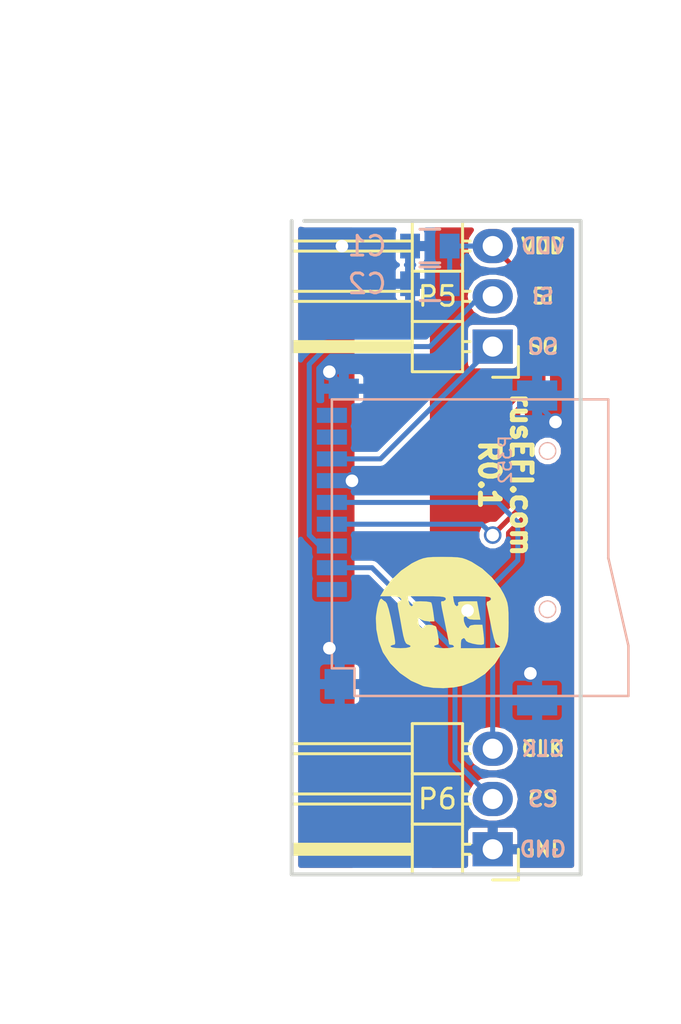
<source format=kicad_pcb>
(kicad_pcb (version 4) (host pcbnew 4.0.1-stable)

  (general
    (links 14)
    (no_connects 0)
    (area 153.934524 105.875 187.960001 158.718001)
    (thickness 1.6)
    (drawings 25)
    (tracks 48)
    (zones 0)
    (modules 6)
    (nets 7)
  )

  (page A portrait)
  (title_block
    (date 2016-12-31)
    (rev R0.1)
    (company "rusEFI by DAECU")
  )

  (layers
    (0 F.Cu signal)
    (31 B.Cu signal)
    (32 B.Adhes user)
    (33 F.Adhes user)
    (34 B.Paste user)
    (35 F.Paste user)
    (36 B.SilkS user)
    (37 F.SilkS user)
    (38 B.Mask user)
    (39 F.Mask user)
    (40 Dwgs.User user)
    (41 Cmts.User user)
    (42 Eco1.User user)
    (43 Eco2.User user)
    (44 Edge.Cuts user)
  )

  (setup
    (last_trace_width 0.254)
    (trace_clearance 0.2032)
    (zone_clearance 0.2286)
    (zone_45_only no)
    (trace_min 0.254)
    (segment_width 0.2)
    (edge_width 0.2)
    (via_size 0.889)
    (via_drill 0.635)
    (via_min_size 0.889)
    (via_min_drill 0.508)
    (uvia_size 0.508)
    (uvia_drill 0.127)
    (uvias_allowed no)
    (uvia_min_size 0.508)
    (uvia_min_drill 0.127)
    (pcb_text_width 0.3)
    (pcb_text_size 1 1)
    (mod_edge_width 0.15)
    (mod_text_size 1 1)
    (mod_text_width 0.15)
    (pad_size 1.3 1.9)
    (pad_drill 0)
    (pad_to_mask_clearance 0.0762)
    (aux_axis_origin 0 0)
    (visible_elements 7FFFF77F)
    (pcbplotparams
      (layerselection 0x010fc_80000001)
      (usegerberextensions true)
      (excludeedgelayer true)
      (linewidth 0.150000)
      (plotframeref false)
      (viasonmask false)
      (mode 1)
      (useauxorigin false)
      (hpglpennumber 1)
      (hpglpenspeed 20)
      (hpglpendiameter 15)
      (hpglpenoverlay 2)
      (psnegative false)
      (psa4output false)
      (plotreference true)
      (plotvalue true)
      (plotinvisibletext false)
      (padsonsilk false)
      (subtractmaskfromsilk false)
      (outputformat 1)
      (mirror false)
      (drillshape 0)
      (scaleselection 1)
      (outputdirectory gerber/))
  )

  (net 0 "")
  (net 1 GND)
  (net 2 /SPI_MISO)
  (net 3 /SPI_MOSI)
  (net 4 /3.3V)
  (net 5 /CS_SD_MODULE)
  (net 6 /SPI_SCK)

  (net_class Default "Это класс цепей по умолчанию."
    (clearance 0.2032)
    (trace_width 0.254)
    (via_dia 0.889)
    (via_drill 0.635)
    (uvia_dia 0.508)
    (uvia_drill 0.127)
    (add_net /3.3V)
    (add_net /CS_SD_MODULE)
    (add_net /SPI_MISO)
    (add_net /SPI_MOSI)
    (add_net /SPI_SCK)
    (add_net GND)
  )

  (module MICRO-SDCARD-CONNECTOR-3300060P1 (layer B.Cu) (tedit 58624CA5) (tstamp 586245D2)
    (at 177.8 133.35)
    (descr MICRO-SDCARD-CONNECTOR-3300060P1)
    (tags "MICRO SD MEMORY CARD MMC")
    (path /58624F8A)
    (attr smd)
    (fp_text reference P352 (at 1.27 -4.445 270) (layer B.SilkS)
      (effects (font (size 0.635 0.635) (thickness 0.1016)) (justify mirror))
    )
    (fp_text value MICRO-SDCARD-CONNECTOR-3300060P1 (at 0 0 270) (layer B.SilkS) hide
      (effects (font (size 0.50038 0.50038) (thickness 0.1016)) (justify mirror))
    )
    (fp_line (start 7.493 4.953) (end 6.477 0.508) (layer B.SilkS) (width 0.127))
    (fp_line (start 6.477 -7.493) (end 6.477 0.5591) (layer B.SilkS) (width 0.127))
    (fp_line (start -7.493 -7.493) (end 6.477 -7.493) (layer B.SilkS) (width 0.127))
    (fp_line (start 7.493 7.493) (end 7.493 4.9619) (layer B.SilkS) (width 0.127))
    (fp_line (start -7.493 6.096) (end -6.35 6.096) (layer B.SilkS) (width 0.127))
    (fp_line (start -6.35 6.096) (end -6.35 7.493) (layer B.SilkS) (width 0.127))
    (fp_line (start -7.493 -7.493) (end -7.493 6.096) (layer B.SilkS) (width 0.127))
    (fp_line (start -6.35 7.493) (end 7.493 7.493) (layer B.SilkS) (width 0.127))
    (pad 1 smd rect (at -7.493 2.114) (size 1.524 0.762) (layers B.Cu B.Paste B.Mask))
    (pad 2 smd rect (at -7.493 1.014) (size 1.524 0.762) (layers B.Cu B.Paste B.Mask)
      (net 5 /CS_SD_MODULE))
    (pad 3 smd rect (at -7.493 -0.086) (size 1.524 0.762) (layers B.Cu B.Paste B.Mask)
      (net 3 /SPI_MOSI))
    (pad 4 smd rect (at -7.493 -1.186) (size 1.524 0.762) (layers B.Cu B.Paste B.Mask)
      (net 4 /3.3V))
    (pad 5 smd rect (at -7.493 -2.286) (size 1.524 0.762) (layers B.Cu B.Paste B.Mask)
      (net 6 /SPI_SCK))
    (pad 6 smd rect (at -7.493 -3.386) (size 1.524 0.762) (layers B.Cu B.Paste B.Mask)
      (net 1 GND))
    (pad 7 smd rect (at -7.493 -4.486) (size 1.524 0.762) (layers B.Cu B.Paste B.Mask)
      (net 2 /SPI_MISO))
    (pad 8 smd rect (at -7.493 -5.586) (size 1.524 0.762) (layers B.Cu B.Paste B.Mask))
    (pad 9 smd rect (at -7.493 -6.686) (size 1.524 0.762) (layers B.Cu B.Paste B.Mask))
    (pad G1 smd rect (at -6.893 -8.032) (size 1.524 1.016) (layers B.Cu B.Paste B.Mask)
      (net 1 GND))
    (pad G2 smd rect (at 2.88 -7.686) (size 2.032 1.524) (layers B.Cu B.Paste B.Mask)
      (net 1 GND))
    (pad G3 smd rect (at 2.88 7.714) (size 2.032 1.524) (layers B.Cu B.Paste B.Mask)
      (net 1 GND))
    (pad G4 smd rect (at -7.101 6.895) (size 1.524 1.524) (layers B.Cu B.Paste B.Mask)
      (net 1 GND))
    (pad "" thru_hole circle (at 3.407 -4.886) (size 0.889 0.889) (drill 0.762) (layers *.Cu *.Mask B.SilkS))
    (pad "" thru_hole circle (at 3.407 3.114) (size 0.889 0.889) (drill 0.762) (layers *.Cu *.Mask B.SilkS))
    (model ../rusefi_lib/3d/9P-SMD-W-RING.wrl
      (at (xyz -0.323 -0.33 -0.025))
      (scale (xyz 10 10 10))
      (rotate (xyz 0 0 0))
    )
  )

  (module Pin_Headers:Pin_Header_Angled_1x03 (layer F.Cu) (tedit 58624C0D) (tstamp 586248A1)
    (at 178.435 148.59 180)
    (descr "Through hole pin header")
    (tags "pin header")
    (path /58619400)
    (fp_text reference P6 (at 2.794 2.54 180) (layer F.SilkS)
      (effects (font (size 1 1) (thickness 0.15)))
    )
    (fp_text value CONN_01X03 (at 0 -3.1 180) (layer F.Fab) hide
      (effects (font (size 1 1) (thickness 0.15)))
    )
    (fp_line (start -1.5 -1.75) (end -1.5 6.85) (layer F.CrtYd) (width 0.05))
    (fp_line (start 10.65 -1.75) (end 10.65 6.85) (layer F.CrtYd) (width 0.05))
    (fp_line (start -1.5 -1.75) (end 10.65 -1.75) (layer F.CrtYd) (width 0.05))
    (fp_line (start -1.5 6.85) (end 10.65 6.85) (layer F.CrtYd) (width 0.05))
    (fp_line (start -1.3 -1.55) (end -1.3 0) (layer F.SilkS) (width 0.15))
    (fp_line (start 0 -1.55) (end -1.3 -1.55) (layer F.SilkS) (width 0.15))
    (fp_line (start 4.191 -0.127) (end 10.033 -0.127) (layer F.SilkS) (width 0.15))
    (fp_line (start 10.033 -0.127) (end 10.033 0.127) (layer F.SilkS) (width 0.15))
    (fp_line (start 10.033 0.127) (end 4.191 0.127) (layer F.SilkS) (width 0.15))
    (fp_line (start 4.191 0.127) (end 4.191 0) (layer F.SilkS) (width 0.15))
    (fp_line (start 4.191 0) (end 10.033 0) (layer F.SilkS) (width 0.15))
    (fp_line (start 1.524 -0.254) (end 1.143 -0.254) (layer F.SilkS) (width 0.15))
    (fp_line (start 1.524 0.254) (end 1.143 0.254) (layer F.SilkS) (width 0.15))
    (fp_line (start 1.524 2.286) (end 1.143 2.286) (layer F.SilkS) (width 0.15))
    (fp_line (start 1.524 2.794) (end 1.143 2.794) (layer F.SilkS) (width 0.15))
    (fp_line (start 1.524 4.826) (end 1.143 4.826) (layer F.SilkS) (width 0.15))
    (fp_line (start 1.524 5.334) (end 1.143 5.334) (layer F.SilkS) (width 0.15))
    (fp_line (start 4.064 1.27) (end 4.064 -1.27) (layer F.SilkS) (width 0.15))
    (fp_line (start 10.16 0.254) (end 4.064 0.254) (layer F.SilkS) (width 0.15))
    (fp_line (start 10.16 -0.254) (end 10.16 0.254) (layer F.SilkS) (width 0.15))
    (fp_line (start 4.064 -0.254) (end 10.16 -0.254) (layer F.SilkS) (width 0.15))
    (fp_line (start 1.524 1.27) (end 4.064 1.27) (layer F.SilkS) (width 0.15))
    (fp_line (start 1.524 -1.27) (end 1.524 1.27) (layer F.SilkS) (width 0.15))
    (fp_line (start 1.524 -1.27) (end 4.064 -1.27) (layer F.SilkS) (width 0.15))
    (fp_line (start 1.524 3.81) (end 4.064 3.81) (layer F.SilkS) (width 0.15))
    (fp_line (start 1.524 3.81) (end 1.524 6.35) (layer F.SilkS) (width 0.15))
    (fp_line (start 4.064 4.826) (end 10.16 4.826) (layer F.SilkS) (width 0.15))
    (fp_line (start 10.16 4.826) (end 10.16 5.334) (layer F.SilkS) (width 0.15))
    (fp_line (start 10.16 5.334) (end 4.064 5.334) (layer F.SilkS) (width 0.15))
    (fp_line (start 4.064 6.35) (end 4.064 3.81) (layer F.SilkS) (width 0.15))
    (fp_line (start 4.064 3.81) (end 4.064 1.27) (layer F.SilkS) (width 0.15))
    (fp_line (start 10.16 2.794) (end 4.064 2.794) (layer F.SilkS) (width 0.15))
    (fp_line (start 10.16 2.286) (end 10.16 2.794) (layer F.SilkS) (width 0.15))
    (fp_line (start 4.064 2.286) (end 10.16 2.286) (layer F.SilkS) (width 0.15))
    (fp_line (start 1.524 3.81) (end 4.064 3.81) (layer F.SilkS) (width 0.15))
    (fp_line (start 1.524 1.27) (end 1.524 3.81) (layer F.SilkS) (width 0.15))
    (fp_line (start 1.524 1.27) (end 4.064 1.27) (layer F.SilkS) (width 0.15))
    (fp_line (start 1.524 6.35) (end 4.064 6.35) (layer F.SilkS) (width 0.15))
    (pad 1 thru_hole rect (at 0 0 180) (size 2.032 1.7272) (drill 1.016) (layers *.Cu *.Mask)
      (net 1 GND))
    (pad 2 thru_hole oval (at 0 2.54 180) (size 2.032 1.7272) (drill 1.016) (layers *.Cu *.Mask)
      (net 5 /CS_SD_MODULE))
    (pad 3 thru_hole oval (at 0 5.08 180) (size 2.032 1.7272) (drill 1.016) (layers *.Cu *.Mask)
      (net 6 /SPI_SCK))
    (model Pin_Headers.3dshapes/Pin_Header_Angled_1x03.wrl
      (at (xyz 0 -0.1 0))
      (scale (xyz 1 1 1))
      (rotate (xyz 0 0 90))
    )
  )

  (module Pin_Headers:Pin_Header_Angled_1x03 (layer F.Cu) (tedit 58624C07) (tstamp 58624874)
    (at 178.435 123.19 180)
    (descr "Through hole pin header")
    (tags "pin header")
    (path /58618F13)
    (fp_text reference P5 (at 2.794 2.54 180) (layer F.SilkS)
      (effects (font (size 1 1) (thickness 0.15)))
    )
    (fp_text value CONN_01X03 (at 0 -3.1 180) (layer F.Fab) hide
      (effects (font (size 1 1) (thickness 0.15)))
    )
    (fp_line (start -1.5 -1.75) (end -1.5 6.85) (layer F.CrtYd) (width 0.05))
    (fp_line (start 10.65 -1.75) (end 10.65 6.85) (layer F.CrtYd) (width 0.05))
    (fp_line (start -1.5 -1.75) (end 10.65 -1.75) (layer F.CrtYd) (width 0.05))
    (fp_line (start -1.5 6.85) (end 10.65 6.85) (layer F.CrtYd) (width 0.05))
    (fp_line (start -1.3 -1.55) (end -1.3 0) (layer F.SilkS) (width 0.15))
    (fp_line (start 0 -1.55) (end -1.3 -1.55) (layer F.SilkS) (width 0.15))
    (fp_line (start 4.191 -0.127) (end 10.033 -0.127) (layer F.SilkS) (width 0.15))
    (fp_line (start 10.033 -0.127) (end 10.033 0.127) (layer F.SilkS) (width 0.15))
    (fp_line (start 10.033 0.127) (end 4.191 0.127) (layer F.SilkS) (width 0.15))
    (fp_line (start 4.191 0.127) (end 4.191 0) (layer F.SilkS) (width 0.15))
    (fp_line (start 4.191 0) (end 10.033 0) (layer F.SilkS) (width 0.15))
    (fp_line (start 1.524 -0.254) (end 1.143 -0.254) (layer F.SilkS) (width 0.15))
    (fp_line (start 1.524 0.254) (end 1.143 0.254) (layer F.SilkS) (width 0.15))
    (fp_line (start 1.524 2.286) (end 1.143 2.286) (layer F.SilkS) (width 0.15))
    (fp_line (start 1.524 2.794) (end 1.143 2.794) (layer F.SilkS) (width 0.15))
    (fp_line (start 1.524 4.826) (end 1.143 4.826) (layer F.SilkS) (width 0.15))
    (fp_line (start 1.524 5.334) (end 1.143 5.334) (layer F.SilkS) (width 0.15))
    (fp_line (start 4.064 1.27) (end 4.064 -1.27) (layer F.SilkS) (width 0.15))
    (fp_line (start 10.16 0.254) (end 4.064 0.254) (layer F.SilkS) (width 0.15))
    (fp_line (start 10.16 -0.254) (end 10.16 0.254) (layer F.SilkS) (width 0.15))
    (fp_line (start 4.064 -0.254) (end 10.16 -0.254) (layer F.SilkS) (width 0.15))
    (fp_line (start 1.524 1.27) (end 4.064 1.27) (layer F.SilkS) (width 0.15))
    (fp_line (start 1.524 -1.27) (end 1.524 1.27) (layer F.SilkS) (width 0.15))
    (fp_line (start 1.524 -1.27) (end 4.064 -1.27) (layer F.SilkS) (width 0.15))
    (fp_line (start 1.524 3.81) (end 4.064 3.81) (layer F.SilkS) (width 0.15))
    (fp_line (start 1.524 3.81) (end 1.524 6.35) (layer F.SilkS) (width 0.15))
    (fp_line (start 4.064 4.826) (end 10.16 4.826) (layer F.SilkS) (width 0.15))
    (fp_line (start 10.16 4.826) (end 10.16 5.334) (layer F.SilkS) (width 0.15))
    (fp_line (start 10.16 5.334) (end 4.064 5.334) (layer F.SilkS) (width 0.15))
    (fp_line (start 4.064 6.35) (end 4.064 3.81) (layer F.SilkS) (width 0.15))
    (fp_line (start 4.064 3.81) (end 4.064 1.27) (layer F.SilkS) (width 0.15))
    (fp_line (start 10.16 2.794) (end 4.064 2.794) (layer F.SilkS) (width 0.15))
    (fp_line (start 10.16 2.286) (end 10.16 2.794) (layer F.SilkS) (width 0.15))
    (fp_line (start 4.064 2.286) (end 10.16 2.286) (layer F.SilkS) (width 0.15))
    (fp_line (start 1.524 3.81) (end 4.064 3.81) (layer F.SilkS) (width 0.15))
    (fp_line (start 1.524 1.27) (end 1.524 3.81) (layer F.SilkS) (width 0.15))
    (fp_line (start 1.524 1.27) (end 4.064 1.27) (layer F.SilkS) (width 0.15))
    (fp_line (start 1.524 6.35) (end 4.064 6.35) (layer F.SilkS) (width 0.15))
    (pad 1 thru_hole rect (at 0 0 180) (size 2.032 1.7272) (drill 1.016) (layers *.Cu *.Mask)
      (net 2 /SPI_MISO))
    (pad 2 thru_hole oval (at 0 2.54 180) (size 2.032 1.7272) (drill 1.016) (layers *.Cu *.Mask)
      (net 3 /SPI_MOSI))
    (pad 3 thru_hole oval (at 0 5.08 180) (size 2.032 1.7272) (drill 1.016) (layers *.Cu *.Mask)
      (net 4 /3.3V))
    (model Pin_Headers.3dshapes/Pin_Header_Angled_1x03.wrl
      (at (xyz 0 -0.1 0))
      (scale (xyz 1 1 1))
      (rotate (xyz 0 0 90))
    )
  )

  (module LOGO_F (layer F.Cu) (tedit 0) (tstamp 5867AF36)
    (at 175.895 137.16)
    (path /52FE356F)
    (fp_text reference G1 (at 0 4.14782) (layer F.SilkS) hide
      (effects (font (thickness 0.3048)))
    )
    (fp_text value LOGO (at 0 -4.14782) (layer F.SilkS) hide
      (effects (font (thickness 0.3048)))
    )
    (fp_poly (pts (xy 3.34518 -0.04318) (xy 3.3401 0.381) (xy 3.32486 0.68326) (xy 3.28676 0.90932)
      (xy 3.22326 1.1049) (xy 3.12166 1.3208) (xy 3.10896 1.3462) (xy 2.921 1.64084)
      (xy 2.921 1.18618) (xy 2.79654 1.1049) (xy 2.75844 1.09982) (xy 2.68732 1.016)
      (xy 2.60096 0.76708) (xy 2.5019 0.35052) (xy 2.46126 0.14732) (xy 2.38252 -0.24638)
      (xy 2.31394 -0.58928) (xy 2.2606 -0.84074) (xy 2.23266 -0.9525) (xy 2.2479 -1.07696)
      (xy 2.32156 -1.09982) (xy 2.4384 -1.16586) (xy 2.45618 -1.22682) (xy 2.42824 -1.28524)
      (xy 2.33172 -1.3208) (xy 2.13868 -1.34366) (xy 1.82372 -1.35382) (xy 1.49606 -1.35382)
      (xy 0.53594 -1.35382) (xy 0.57404 -1.09982) (xy 0.63246 -0.92202) (xy 0.7239 -0.84836)
      (xy 0.72644 -0.84582) (xy 0.80264 -0.90678) (xy 0.79248 -0.97536) (xy 0.79248 -1.04648)
      (xy 0.889 -1.08458) (xy 1.10744 -1.09982) (xy 1.24714 -1.09982) (xy 1.75006 -1.09982)
      (xy 1.83388 -0.635) (xy 1.9177 -0.17018) (xy 1.59258 -0.17018) (xy 1.38684 -0.1905)
      (xy 1.27508 -0.23876) (xy 1.27 -0.254) (xy 1.20142 -0.3302) (xy 1.15316 -0.33782)
      (xy 1.0795 -0.2921) (xy 1.08204 -0.127) (xy 1.0922 -0.07112) (xy 1.1557 0.1016)
      (xy 1.24206 0.22352) (xy 1.3208 0.25908) (xy 1.35382 0.1778) (xy 1.35382 0.17526)
      (xy 1.43002 0.11684) (xy 1.61544 0.08636) (xy 1.68656 0.08382) (xy 2.0193 0.08382)
      (xy 2.07772 0.55372) (xy 2.10312 0.81788) (xy 2.10312 1.01092) (xy 2.09042 1.06934)
      (xy 1.9685 1.09982) (xy 1.76022 1.08458) (xy 1.52146 1.03886) (xy 1.31318 0.97536)
      (xy 1.1938 0.90424) (xy 1.18618 0.88138) (xy 1.1176 0.7747) (xy 1.05918 0.762)
      (xy 0.95758 0.8382) (xy 0.93218 1.016) (xy 0.93218 1.27) (xy 1.95072 1.27)
      (xy 2.42062 1.26238) (xy 2.74066 1.2446) (xy 2.90322 1.21158) (xy 2.921 1.18618)
      (xy 2.921 1.64084) (xy 2.67716 2.02692) (xy 2.15646 2.5654) (xy 1.5494 2.9591)
      (xy 1.02108 3.16484) (xy 0.59182 3.24866) (xy 0.59182 1.18618) (xy 0.52324 1.10998)
      (xy 0.46482 1.09982) (xy 0.35306 1.08458) (xy 0.33782 1.06934) (xy 0.32258 0.98044)
      (xy 0.2794 0.75692) (xy 0.21336 0.4318) (xy 0.13462 0.04064) (xy 0.127 0)
      (xy 0.03556 -0.44958) (xy -0.02794 -0.75692) (xy -0.06096 -0.94996) (xy -0.06858 -1.0541)
      (xy -0.05334 -1.09728) (xy -0.01524 -1.1049) (xy 0.04318 -1.09982) (xy 0.15494 -1.1684)
      (xy 0.17018 -1.22682) (xy 0.14224 -1.28524) (xy 0.04572 -1.3208) (xy -0.14732 -1.34366)
      (xy -0.46228 -1.35382) (xy -0.78994 -1.35382) (xy -1.75006 -1.35382) (xy -1.71196 -1.09982)
      (xy -1.65354 -0.92202) (xy -1.5621 -0.84836) (xy -1.55956 -0.84582) (xy -1.48336 -0.90678)
      (xy -1.49352 -0.97282) (xy -1.49098 -1.04902) (xy -1.39446 -1.08712) (xy -1.1684 -1.09982)
      (xy -1.07188 -1.09982) (xy -0.80772 -1.08966) (xy -0.61976 -1.05918) (xy -0.56134 -1.03378)
      (xy -0.52578 -0.9144) (xy -0.48514 -0.69088) (xy -0.45974 -0.52578) (xy -0.40132 -0.08382)
      (xy -0.69342 -0.08382) (xy -0.91948 -0.11176) (xy -1.07696 -0.18034) (xy -1.08204 -0.18542)
      (xy -1.1938 -0.254) (xy -1.2319 -0.17018) (xy -1.21158 0.02032) (xy -1.143 0.17018)
      (xy -1.04394 0.254) (xy -0.95758 0.24892) (xy -0.93218 0.17018) (xy -0.86106 0.10668)
      (xy -0.69596 0.08382) (xy -0.50546 0.1016) (xy -0.35306 0.15494) (xy -0.31242 0.20066)
      (xy -0.27432 0.35052) (xy -0.2286 0.59436) (xy -0.20828 0.70866) (xy -0.18288 0.94996)
      (xy -0.20066 1.0668) (xy -0.27686 1.09982) (xy -0.28702 1.09982) (xy -0.4064 1.143)
      (xy -0.42418 1.18618) (xy -0.34544 1.22936) (xy -0.14478 1.25984) (xy 0.08382 1.27)
      (xy 0.3556 1.2573) (xy 0.53848 1.22428) (xy 0.59182 1.18618) (xy 0.59182 3.24866)
      (xy 0.5715 3.25374) (xy 0.0508 3.2893) (xy -0.4699 3.27152) (xy -0.91694 3.2004)
      (xy -0.99314 3.17754) (xy -1.59004 2.91338) (xy -2.15392 2.52222) (xy -2.63652 2.03708)
      (xy -2.99974 1.49606) (xy -3.03022 1.43256) (xy -3.22326 0.90932) (xy -3.3401 0.32258)
      (xy -3.3655 -0.2413) (xy -3.3528 -0.39624) (xy -3.29946 -0.7366) (xy -3.23088 -1.01092)
      (xy -3.15722 -1.18872) (xy -3.0861 -1.23698) (xy -3.06578 -1.21666) (xy -2.93624 -1.10998)
      (xy -2.88544 -1.08712) (xy -2.80924 -0.98298) (xy -2.7178 -0.71374) (xy -2.6162 -0.2921)
      (xy -2.57302 -0.08128) (xy -2.48158 0.38354) (xy -2.42316 0.70612) (xy -2.39268 0.9144)
      (xy -2.39014 1.03124) (xy -2.41554 1.08458) (xy -2.4638 1.09982) (xy -2.49682 1.09982)
      (xy -2.61112 1.14554) (xy -2.62382 1.18618) (xy -2.54762 1.22936) (xy -2.34696 1.25984)
      (xy -2.11582 1.27) (xy -1.8288 1.25476) (xy -1.651 1.21412) (xy -1.60274 1.15824)
      (xy -1.7018 1.09728) (xy -1.76276 1.0795) (xy -1.8415 1.02362) (xy -1.91008 0.88646)
      (xy -1.97866 0.63754) (xy -2.05486 0.25146) (xy -2.06248 0.2032) (xy -2.13106 -0.18288)
      (xy -2.19456 -0.52578) (xy -2.24282 -0.78232) (xy -2.25806 -0.86868) (xy -2.27076 -1.0414)
      (xy -2.19202 -1.09982) (xy -2.1717 -1.10236) (xy -2.07772 -1.15316) (xy -2.08534 -1.22936)
      (xy -2.1717 -1.30556) (xy -2.36728 -1.3462) (xy -2.6416 -1.35636) (xy -3.14706 -1.35382)
      (xy -2.95656 -1.67132) (xy -2.5781 -2.18186) (xy -2.09296 -2.64668) (xy -1.55702 -3.01244)
      (xy -1.44018 -3.0734) (xy -1.18618 -3.19532) (xy -0.97536 -3.27152) (xy -0.75692 -3.31724)
      (xy -0.48514 -3.33756) (xy -0.10668 -3.34264) (xy 0.04064 -3.34264) (xy 0.46482 -3.33756)
      (xy 0.76962 -3.32232) (xy 1.00076 -3.28422) (xy 1.2065 -3.21564) (xy 1.43764 -3.1115)
      (xy 1.47574 -3.09372) (xy 2.00914 -2.7559) (xy 2.50444 -2.30378) (xy 2.91592 -1.78816)
      (xy 3.10134 -1.46812) (xy 3.21056 -1.2319) (xy 3.28168 -1.02616) (xy 3.31978 -0.8001)
      (xy 3.3401 -0.50546) (xy 3.34264 -0.09398) (xy 3.34518 -0.04318) (xy 3.34518 -0.04318)) (layer F.SilkS) (width 0.00254))
  )

  (module C_0805 (layer B.Cu) (tedit 5867B011) (tstamp 5867AFA6)
    (at 175.26 118.11)
    (descr "Capacitor SMD 0805, reflow soldering, AVX (see smccp.pdf)")
    (tags "capacitor 0805")
    (path /5869212A)
    (attr smd)
    (fp_text reference C1 (at -3.175 0) (layer B.SilkS)
      (effects (font (size 1 1) (thickness 0.15)) (justify mirror))
    )
    (fp_text value 1000pF (at 0 -2.1) (layer B.Fab) hide
      (effects (font (size 1 1) (thickness 0.15)) (justify mirror))
    )
    (fp_line (start -1 -0.625) (end -1 0.625) (layer B.Fab) (width 0.15))
    (fp_line (start 1 -0.625) (end -1 -0.625) (layer B.Fab) (width 0.15))
    (fp_line (start 1 0.625) (end 1 -0.625) (layer B.Fab) (width 0.15))
    (fp_line (start -1 0.625) (end 1 0.625) (layer B.Fab) (width 0.15))
    (fp_line (start -1.8 1) (end 1.8 1) (layer B.CrtYd) (width 0.05))
    (fp_line (start -1.8 -1) (end 1.8 -1) (layer B.CrtYd) (width 0.05))
    (fp_line (start -1.8 1) (end -1.8 -1) (layer B.CrtYd) (width 0.05))
    (fp_line (start 1.8 1) (end 1.8 -1) (layer B.CrtYd) (width 0.05))
    (fp_line (start 0.5 0.85) (end -0.5 0.85) (layer B.SilkS) (width 0.15))
    (fp_line (start -0.5 -0.85) (end 0.5 -0.85) (layer B.SilkS) (width 0.15))
    (pad 1 smd rect (at -1 0) (size 1 1.25) (layers B.Cu B.Paste B.Mask)
      (net 1 GND))
    (pad 2 smd rect (at 1 0) (size 1 1.25) (layers B.Cu B.Paste B.Mask)
      (net 4 /3.3V))
    (model Capacitors_SMD.3dshapes/C_0805.wrl
      (at (xyz 0 0 0))
      (scale (xyz 1 1 1))
      (rotate (xyz 0 0 0))
    )
  )

  (module C_0805 (layer B.Cu) (tedit 5867B00D) (tstamp 5867AFB6)
    (at 175.26 120.015)
    (descr "Capacitor SMD 0805, reflow soldering, AVX (see smccp.pdf)")
    (tags "capacitor 0805")
    (path /5869211A)
    (attr smd)
    (fp_text reference C2 (at -3.175 0) (layer B.SilkS)
      (effects (font (size 1 1) (thickness 0.15)) (justify mirror))
    )
    (fp_text value 0.1uF (at 0 -2.1) (layer B.Fab) hide
      (effects (font (size 1 1) (thickness 0.15)) (justify mirror))
    )
    (fp_line (start -1 -0.625) (end -1 0.625) (layer B.Fab) (width 0.15))
    (fp_line (start 1 -0.625) (end -1 -0.625) (layer B.Fab) (width 0.15))
    (fp_line (start 1 0.625) (end 1 -0.625) (layer B.Fab) (width 0.15))
    (fp_line (start -1 0.625) (end 1 0.625) (layer B.Fab) (width 0.15))
    (fp_line (start -1.8 1) (end 1.8 1) (layer B.CrtYd) (width 0.05))
    (fp_line (start -1.8 -1) (end 1.8 -1) (layer B.CrtYd) (width 0.05))
    (fp_line (start -1.8 1) (end -1.8 -1) (layer B.CrtYd) (width 0.05))
    (fp_line (start 1.8 1) (end 1.8 -1) (layer B.CrtYd) (width 0.05))
    (fp_line (start 0.5 0.85) (end -0.5 0.85) (layer B.SilkS) (width 0.15))
    (fp_line (start -0.5 -0.85) (end 0.5 -0.85) (layer B.SilkS) (width 0.15))
    (pad 1 smd rect (at -1 0) (size 1 1.25) (layers B.Cu B.Paste B.Mask)
      (net 1 GND))
    (pad 2 smd rect (at 1 0) (size 1 1.25) (layers B.Cu B.Paste B.Mask)
      (net 4 /3.3V))
    (model Capacitors_SMD.3dshapes/C_0805.wrl
      (at (xyz 0 0 0))
      (scale (xyz 1 1 1))
      (rotate (xyz 0 0 0))
    )
  )

  (gr_text "rusEFI.com\nR0.1" (at 179.07 129.667 270) (layer F.SilkS)
    (effects (font (size 1 1) (thickness 0.25)))
  )
  (dimension 11.049 (width 0.25) (layer Cmts.User)
    (gr_text "11.049 mm" (at 179.7685 157.718) (layer Cmts.User)
      (effects (font (size 1 1) (thickness 0.25)))
    )
    (feature1 (pts (xy 174.244 143.129) (xy 174.244 158.718)))
    (feature2 (pts (xy 185.293 143.129) (xy 185.293 158.718)))
    (crossbar (pts (xy 185.293 156.718) (xy 174.244 156.718)))
    (arrow1a (pts (xy 174.244 156.718) (xy 175.370504 156.131579)))
    (arrow1b (pts (xy 174.244 156.718) (xy 175.370504 157.304421)))
    (arrow2a (pts (xy 185.293 156.718) (xy 184.166496 156.131579)))
    (arrow2b (pts (xy 185.293 156.718) (xy 184.166496 157.304421)))
  )
  (dimension 33.02 (width 0.25) (layer Cmts.User)
    (gr_text "1.3000 in" (at 157.75 133.35 90) (layer Cmts.User)
      (effects (font (size 1 1) (thickness 0.25)))
    )
    (feature1 (pts (xy 168.275 116.84) (xy 156.75 116.84)))
    (feature2 (pts (xy 168.275 149.86) (xy 156.75 149.86)))
    (crossbar (pts (xy 158.75 149.86) (xy 158.75 116.84)))
    (arrow1a (pts (xy 158.75 116.84) (xy 159.336421 117.966504)))
    (arrow1b (pts (xy 158.75 116.84) (xy 158.163579 117.966504)))
    (arrow2a (pts (xy 158.75 149.86) (xy 159.336421 148.733496)))
    (arrow2b (pts (xy 158.75 149.86) (xy 158.163579 148.733496)))
  )
  (dimension 14.605 (width 0.25) (layer Cmts.User)
    (gr_text "0.5750 in" (at 175.5775 106.95) (layer Cmts.User)
      (effects (font (size 1 1) (thickness 0.25)))
    )
    (feature1 (pts (xy 182.88 116.205) (xy 182.88 105.95)))
    (feature2 (pts (xy 168.275 116.205) (xy 168.275 105.95)))
    (crossbar (pts (xy 168.275 107.95) (xy 182.88 107.95)))
    (arrow1a (pts (xy 182.88 107.95) (xy 181.753496 108.536421)))
    (arrow1b (pts (xy 182.88 107.95) (xy 181.753496 107.363579)))
    (arrow2a (pts (xy 168.275 107.95) (xy 169.401504 108.536421)))
    (arrow2b (pts (xy 168.275 107.95) (xy 169.401504 107.363579)))
  )
  (dimension 14.605 (width 0.25) (layer Cmts.User)
    (gr_text "14.605 mm" (at 175.5775 109.49) (layer Cmts.User)
      (effects (font (size 1 1) (thickness 0.25)))
    )
    (feature1 (pts (xy 182.88 116.205) (xy 182.88 108.49)))
    (feature2 (pts (xy 168.275 116.205) (xy 168.275 108.49)))
    (crossbar (pts (xy 168.275 110.49) (xy 182.88 110.49)))
    (arrow1a (pts (xy 182.88 110.49) (xy 181.753496 111.076421)))
    (arrow1b (pts (xy 182.88 110.49) (xy 181.753496 109.903579)))
    (arrow2a (pts (xy 168.275 110.49) (xy 169.401504 111.076421)))
    (arrow2b (pts (xy 168.275 110.49) (xy 169.401504 109.903579)))
  )
  (dimension 33.02 (width 0.25) (layer Cmts.User)
    (gr_text "33.020 mm" (at 160.29 133.35 90) (layer Cmts.User)
      (effects (font (size 1 1) (thickness 0.25)))
    )
    (feature1 (pts (xy 167.64 116.84) (xy 159.29 116.84)))
    (feature2 (pts (xy 167.64 149.86) (xy 159.29 149.86)))
    (crossbar (pts (xy 161.29 149.86) (xy 161.29 116.84)))
    (arrow1a (pts (xy 161.29 116.84) (xy 161.876421 117.966504)))
    (arrow1b (pts (xy 161.29 116.84) (xy 160.703579 117.966504)))
    (arrow2a (pts (xy 161.29 149.86) (xy 161.876421 148.733496)))
    (arrow2b (pts (xy 161.29 149.86) (xy 160.703579 148.733496)))
  )
  (gr_line (start 174.293 140.97) (end 174.293 143.129) (angle 90) (layer Cmts.User) (width 0.2) (tstamp 5867A102))
  (gr_line (start 185.293 140.97) (end 185.293 143.129) (angle 90) (layer Cmts.User) (width 0.2))
  (gr_line (start 168.275 116.84) (end 169.545 116.84) (angle 90) (layer Eco2.User) (width 0.2))
  (gr_line (start 168.275 149.86) (end 168.275 116.84) (angle 90) (layer Edge.Cuts) (width 0.2))
  (gr_line (start 182.88 149.86) (end 168.275 149.86) (angle 90) (layer Edge.Cuts) (width 0.2))
  (gr_line (start 182.88 116.84) (end 182.88 149.86) (angle 90) (layer Edge.Cuts) (width 0.2))
  (gr_line (start 168.91 116.84) (end 182.88 116.84) (angle 90) (layer Edge.Cuts) (width 0.2))
  (gr_text VDD (at 180.975 118.11) (layer B.SilkS) (tstamp 52FE40E0)
    (effects (font (size 0.762 0.762) (thickness 0.1524)) (justify mirror))
  )
  (gr_text SI (at 180.975 120.65) (layer B.SilkS) (tstamp 52FE40DF)
    (effects (font (size 0.762 0.762) (thickness 0.1524)) (justify mirror))
  )
  (gr_text SO (at 180.975 123.19) (layer B.SilkS) (tstamp 52FE40DE)
    (effects (font (size 0.762 0.762) (thickness 0.1524)) (justify mirror))
  )
  (gr_text CLK (at 180.975 143.51) (layer B.SilkS) (tstamp 52FE40D7)
    (effects (font (size 0.762 0.762) (thickness 0.1524)) (justify mirror))
  )
  (gr_text CS (at 180.975 146.05) (layer B.SilkS) (tstamp 52FE40D6)
    (effects (font (size 0.762 0.762) (thickness 0.1524)) (justify mirror))
  )
  (gr_text GND (at 180.975 148.59) (layer B.SilkS) (tstamp 52FE40D5)
    (effects (font (size 0.762 0.762) (thickness 0.1524)) (justify mirror))
  )
  (gr_text GND (at 180.975 148.59) (layer F.SilkS)
    (effects (font (size 0.762 0.762) (thickness 0.1524)))
  )
  (gr_text CS (at 180.975 146.05) (layer F.SilkS)
    (effects (font (size 0.762 0.762) (thickness 0.1524)))
  )
  (gr_text CLK (at 180.975 143.51) (layer F.SilkS)
    (effects (font (size 0.762 0.762) (thickness 0.1524)))
  )
  (gr_text SO (at 180.975 123.19) (layer F.SilkS)
    (effects (font (size 0.762 0.762) (thickness 0.1524)))
  )
  (gr_text SI (at 180.975 120.65) (layer F.SilkS)
    (effects (font (size 0.762 0.762) (thickness 0.1524)))
  )
  (gr_text VDD (at 180.975 118.11) (layer F.SilkS)
    (effects (font (size 0.762 0.762) (thickness 0.1524)))
  )

  (segment (start 177.165 136.525) (end 180.34 139.7) (width 0.254) (layer F.Cu) (net 1))
  (segment (start 180.68 140.04) (end 180.34 139.7) (width 0.254) (layer B.Cu) (net 1) (tstamp 5867A970))
  (via (at 180.34 139.7) (size 0.889) (drill 0.635) (layers F.Cu B.Cu) (net 1))
  (segment (start 180.68 140.04) (end 180.68 141.064) (width 0.254) (layer B.Cu) (net 1))
  (via (at 177.165 136.525) (size 0.889) (drill 0.635) (layers F.Cu B.Cu) (net 1))
  (segment (start 174.26 118.11) (end 170.815 118.11) (width 0.254) (layer B.Cu) (net 1))
  (via (at 170.815 118.11) (size 0.889) (drill 0.635) (layers F.Cu B.Cu) (net 1))
  (segment (start 174.26 118.11) (end 174.26 120.015) (width 0.254) (layer B.Cu) (net 1))
  (segment (start 170.307 129.964) (end 171.3152 129.964) (width 0.254) (layer B.Cu) (net 1))
  (via (at 171.323 129.9718) (size 0.889) (drill 0.635) (layers F.Cu B.Cu) (net 1))
  (segment (start 171.3152 129.964) (end 171.323 129.9718) (width 0.254) (layer B.Cu) (net 1) (tstamp 5867A990))
  (segment (start 180.68 125.664) (end 180.68 126.07) (width 0.254) (layer B.Cu) (net 1))
  (segment (start 180.68 126.07) (end 181.61 127) (width 0.254) (layer B.Cu) (net 1) (tstamp 5867A978))
  (via (at 181.61 127) (size 0.889) (drill 0.635) (layers F.Cu B.Cu) (net 1))
  (segment (start 170.699 140.245) (end 170.699 138.949) (width 0.254) (layer B.Cu) (net 1))
  (via (at 170.18 138.43) (size 0.889) (drill 0.635) (layers F.Cu B.Cu) (net 1))
  (segment (start 170.699 138.949) (end 170.18 138.43) (width 0.254) (layer B.Cu) (net 1) (tstamp 5867A95D))
  (segment (start 170.907 125.318) (end 170.907 125.187) (width 0.254) (layer B.Cu) (net 1))
  (segment (start 170.907 125.187) (end 170.18 124.46) (width 0.254) (layer B.Cu) (net 1) (tstamp 5867A953))
  (via (at 170.18 124.46) (size 0.889) (drill 0.635) (layers F.Cu B.Cu) (net 1))
  (segment (start 170.307 128.864) (end 172.761 128.864) (width 0.254) (layer B.Cu) (net 2))
  (segment (start 172.761 128.864) (end 178.435 123.19) (width 0.254) (layer B.Cu) (net 2) (tstamp 5867A200))
  (segment (start 178.435 120.65) (end 177.8 120.65) (width 0.254) (layer B.Cu) (net 3))
  (segment (start 177.8 120.65) (end 175.26 123.19) (width 0.254) (layer B.Cu) (net 3) (tstamp 5867B028))
  (segment (start 175.26 123.19) (end 170.053 123.19) (width 0.254) (layer B.Cu) (net 3) (tstamp 5867B029))
  (segment (start 170.307 133.264) (end 169.713 133.264) (width 0.254) (layer B.Cu) (net 3))
  (segment (start 169.713 133.264) (end 169.164 132.715) (width 0.254) (layer B.Cu) (net 3) (tstamp 5867A409))
  (segment (start 169.164 132.715) (end 169.164 124.079) (width 0.254) (layer B.Cu) (net 3) (tstamp 5867A410))
  (segment (start 169.164 124.079) (end 170.053 123.19) (width 0.254) (layer B.Cu) (net 3) (tstamp 5867A41D))
  (segment (start 176.26 120.015) (end 176.26 118.11) (width 0.254) (layer B.Cu) (net 4))
  (segment (start 176.26 118.11) (end 178.435 118.11) (width 0.254) (layer B.Cu) (net 4) (tstamp 5867B082))
  (segment (start 170.307 132.164) (end 177.884 132.164) (width 0.254) (layer B.Cu) (net 4))
  (segment (start 180.975 120.65) (end 178.435 118.11) (width 0.254) (layer F.Cu) (net 4) (tstamp 5867A886))
  (segment (start 180.975 125.095) (end 180.975 120.65) (width 0.254) (layer F.Cu) (net 4) (tstamp 5867A884))
  (segment (start 179.705 126.365) (end 180.975 125.095) (width 0.254) (layer F.Cu) (net 4) (tstamp 5867A882))
  (segment (start 179.705 131.445) (end 179.705 126.365) (width 0.254) (layer F.Cu) (net 4) (tstamp 5867A878))
  (segment (start 178.435 132.715) (end 179.705 131.445) (width 0.254) (layer F.Cu) (net 4) (tstamp 5867A877))
  (via (at 178.435 132.715) (size 0.889) (drill 0.635) (layers F.Cu B.Cu) (net 4))
  (segment (start 177.884 132.164) (end 178.435 132.715) (width 0.254) (layer B.Cu) (net 4) (tstamp 5867A86A))
  (segment (start 170.307 134.364) (end 172.337 134.364) (width 0.254) (layer B.Cu) (net 5))
  (segment (start 176.53 144.145) (end 178.435 146.05) (width 0.254) (layer B.Cu) (net 5) (tstamp 5867A1F8))
  (segment (start 176.53 138.557) (end 176.53 144.145) (width 0.254) (layer B.Cu) (net 5) (tstamp 5867A1F6))
  (segment (start 172.337 134.364) (end 176.53 138.557) (width 0.254) (layer B.Cu) (net 5) (tstamp 5867A1F0))
  (segment (start 170.307 131.064) (end 178.689 131.064) (width 0.254) (layer B.Cu) (net 6))
  (segment (start 178.435 135.255) (end 178.435 143.51) (width 0.254) (layer B.Cu) (net 6) (tstamp 5867A89E))
  (segment (start 179.705 133.985) (end 178.435 135.255) (width 0.254) (layer B.Cu) (net 6) (tstamp 5867A898))
  (segment (start 179.705 132.08) (end 179.705 133.985) (width 0.254) (layer B.Cu) (net 6) (tstamp 5867A896))
  (segment (start 178.689 131.064) (end 179.705 132.08) (width 0.254) (layer B.Cu) (net 6) (tstamp 5867A88D))

  (zone (net 1) (net_name GND) (layer B.Cu) (tstamp 5867A541) (hatch edge 0.508)
    (connect_pads (clearance 0.2286))
    (min_thickness 0.254)
    (fill yes (arc_segments 16) (thermal_gap 0.2286) (thermal_bridge_width 0.508))
    (polygon
      (pts
        (xy 187.96 111.76) (xy 187.96 154.94) (xy 165.1 154.94) (xy 162.56 154.94) (xy 162.56 111.76)
      )
    )
    (filled_polygon
      (pts
        (xy 182.4244 149.4044) (xy 179.8066 149.4044) (xy 179.8066 148.8059) (xy 179.7177 148.717) (xy 178.562 148.717)
        (xy 178.562 148.737) (xy 178.308 148.737) (xy 178.308 148.717) (xy 177.1523 148.717) (xy 177.0634 148.8059)
        (xy 177.0634 149.4044) (xy 168.7306 149.4044) (xy 168.7306 147.655667) (xy 177.0634 147.655667) (xy 177.0634 148.3741)
        (xy 177.1523 148.463) (xy 178.308 148.463) (xy 178.308 147.4597) (xy 178.562 147.4597) (xy 178.562 148.463)
        (xy 179.7177 148.463) (xy 179.8066 148.3741) (xy 179.8066 147.655667) (xy 179.752463 147.524969) (xy 179.652431 147.424937)
        (xy 179.521733 147.3708) (xy 178.6509 147.3708) (xy 178.562 147.4597) (xy 178.308 147.4597) (xy 178.2191 147.3708)
        (xy 177.348267 147.3708) (xy 177.217569 147.424937) (xy 177.117537 147.524969) (xy 177.0634 147.655667) (xy 168.7306 147.655667)
        (xy 168.7306 140.4609) (xy 169.5814 140.4609) (xy 169.5814 141.077733) (xy 169.635537 141.208431) (xy 169.735569 141.308463)
        (xy 169.866267 141.3626) (xy 170.4831 141.3626) (xy 170.572 141.2737) (xy 170.572 140.372) (xy 170.826 140.372)
        (xy 170.826 141.2737) (xy 170.9149 141.3626) (xy 171.531733 141.3626) (xy 171.662431 141.308463) (xy 171.762463 141.208431)
        (xy 171.8166 141.077733) (xy 171.8166 140.4609) (xy 171.7277 140.372) (xy 170.826 140.372) (xy 170.572 140.372)
        (xy 169.6703 140.372) (xy 169.5814 140.4609) (xy 168.7306 140.4609) (xy 168.7306 139.412267) (xy 169.5814 139.412267)
        (xy 169.5814 140.0291) (xy 169.6703 140.118) (xy 170.572 140.118) (xy 170.572 139.2163) (xy 170.826 139.2163)
        (xy 170.826 140.118) (xy 171.7277 140.118) (xy 171.8166 140.0291) (xy 171.8166 139.412267) (xy 171.762463 139.281569)
        (xy 171.662431 139.181537) (xy 171.531733 139.1274) (xy 170.9149 139.1274) (xy 170.826 139.2163) (xy 170.572 139.2163)
        (xy 170.4831 139.1274) (xy 169.866267 139.1274) (xy 169.735569 139.181537) (xy 169.635537 139.281569) (xy 169.5814 139.412267)
        (xy 168.7306 139.412267) (xy 168.7306 132.918337) (xy 168.82275 133.05625) (xy 169.182434 133.415934) (xy 169.182434 133.645)
        (xy 169.20723 133.776777) (xy 169.230653 133.813177) (xy 169.210999 133.841942) (xy 169.182434 133.983) (xy 169.182434 134.745)
        (xy 169.20723 134.876777) (xy 169.230653 134.913177) (xy 169.210999 134.941942) (xy 169.182434 135.083) (xy 169.182434 135.845)
        (xy 169.20723 135.976777) (xy 169.28511 136.097807) (xy 169.403942 136.179001) (xy 169.545 136.207566) (xy 171.069 136.207566)
        (xy 171.200777 136.18277) (xy 171.321807 136.10489) (xy 171.403001 135.986058) (xy 171.431566 135.845) (xy 171.431566 135.083)
        (xy 171.40677 134.951223) (xy 171.383347 134.914823) (xy 171.403001 134.886058) (xy 171.410991 134.8466) (xy 172.1371 134.8466)
        (xy 176.0474 138.756899) (xy 176.0474 144.145) (xy 176.084136 144.329683) (xy 176.18875 144.48625) (xy 177.192059 145.489559)
        (xy 177.129335 145.583432) (xy 177.036529 146.05) (xy 177.129335 146.516568) (xy 177.393624 146.912105) (xy 177.789161 147.176394)
        (xy 178.255729 147.2692) (xy 178.614271 147.2692) (xy 179.080839 147.176394) (xy 179.476376 146.912105) (xy 179.740665 146.516568)
        (xy 179.833471 146.05) (xy 179.740665 145.583432) (xy 179.476376 145.187895) (xy 179.080839 144.923606) (xy 178.614271 144.8308)
        (xy 178.255729 144.8308) (xy 177.957601 144.890101) (xy 177.532195 144.464695) (xy 177.789161 144.636394) (xy 178.255729 144.7292)
        (xy 178.614271 144.7292) (xy 179.080839 144.636394) (xy 179.476376 144.372105) (xy 179.740665 143.976568) (xy 179.833471 143.51)
        (xy 179.740665 143.043432) (xy 179.476376 142.647895) (xy 179.080839 142.383606) (xy 178.9176 142.351136) (xy 178.9176 141.2799)
        (xy 179.3084 141.2799) (xy 179.3084 141.896733) (xy 179.362537 142.027431) (xy 179.462569 142.127463) (xy 179.593267 142.1816)
        (xy 180.4641 142.1816) (xy 180.553 142.0927) (xy 180.553 141.191) (xy 180.807 141.191) (xy 180.807 142.0927)
        (xy 180.8959 142.1816) (xy 181.766733 142.1816) (xy 181.897431 142.127463) (xy 181.997463 142.027431) (xy 182.0516 141.896733)
        (xy 182.0516 141.2799) (xy 181.9627 141.191) (xy 180.807 141.191) (xy 180.553 141.191) (xy 179.3973 141.191)
        (xy 179.3084 141.2799) (xy 178.9176 141.2799) (xy 178.9176 140.231267) (xy 179.3084 140.231267) (xy 179.3084 140.8481)
        (xy 179.3973 140.937) (xy 180.553 140.937) (xy 180.553 140.0353) (xy 180.807 140.0353) (xy 180.807 140.937)
        (xy 181.9627 140.937) (xy 182.0516 140.8481) (xy 182.0516 140.231267) (xy 181.997463 140.100569) (xy 181.897431 140.000537)
        (xy 181.766733 139.9464) (xy 180.8959 139.9464) (xy 180.807 140.0353) (xy 180.553 140.0353) (xy 180.4641 139.9464)
        (xy 179.593267 139.9464) (xy 179.462569 140.000537) (xy 179.362537 140.100569) (xy 179.3084 140.231267) (xy 178.9176 140.231267)
        (xy 178.9176 136.622452) (xy 180.406761 136.622452) (xy 180.528313 136.916628) (xy 180.753188 137.141896) (xy 181.047152 137.263961)
        (xy 181.365452 137.264239) (xy 181.659628 137.142687) (xy 181.884896 136.917812) (xy 182.006961 136.623848) (xy 182.007239 136.305548)
        (xy 181.885687 136.011372) (xy 181.660812 135.786104) (xy 181.366848 135.664039) (xy 181.048548 135.663761) (xy 180.754372 135.785313)
        (xy 180.529104 136.010188) (xy 180.407039 136.304152) (xy 180.406761 136.622452) (xy 178.9176 136.622452) (xy 178.9176 135.4549)
        (xy 180.04625 134.32625) (xy 180.150864 134.169683) (xy 180.1876 133.985) (xy 180.1876 132.08) (xy 180.150864 131.895317)
        (xy 180.04625 131.73875) (xy 179.03025 130.72275) (xy 178.873683 130.618136) (xy 178.689 130.5814) (xy 171.412448 130.5814)
        (xy 171.40677 130.551223) (xy 171.383474 130.51502) (xy 171.4246 130.415733) (xy 171.4246 130.1799) (xy 171.3357 130.091)
        (xy 170.434 130.091) (xy 170.434 130.111) (xy 170.18 130.111) (xy 170.18 130.091) (xy 170.16 130.091)
        (xy 170.16 129.837) (xy 170.18 129.837) (xy 170.18 129.817) (xy 170.434 129.817) (xy 170.434 129.837)
        (xy 171.3357 129.837) (xy 171.4246 129.7481) (xy 171.4246 129.512267) (xy 171.383901 129.414012) (xy 171.403001 129.386058)
        (xy 171.410991 129.3466) (xy 172.761 129.3466) (xy 172.945683 129.309864) (xy 173.10225 129.20525) (xy 173.685048 128.622452)
        (xy 180.406761 128.622452) (xy 180.528313 128.916628) (xy 180.753188 129.141896) (xy 181.047152 129.263961) (xy 181.365452 129.264239)
        (xy 181.659628 129.142687) (xy 181.884896 128.917812) (xy 182.006961 128.623848) (xy 182.007239 128.305548) (xy 181.885687 128.011372)
        (xy 181.660812 127.786104) (xy 181.366848 127.664039) (xy 181.048548 127.663761) (xy 180.754372 127.785313) (xy 180.529104 128.010188)
        (xy 180.407039 128.304152) (xy 180.406761 128.622452) (xy 173.685048 128.622452) (xy 176.4276 125.8799) (xy 179.3084 125.8799)
        (xy 179.3084 126.496733) (xy 179.362537 126.627431) (xy 179.462569 126.727463) (xy 179.593267 126.7816) (xy 180.4641 126.7816)
        (xy 180.553 126.6927) (xy 180.553 125.791) (xy 180.807 125.791) (xy 180.807 126.6927) (xy 180.8959 126.7816)
        (xy 181.766733 126.7816) (xy 181.897431 126.727463) (xy 181.997463 126.627431) (xy 182.0516 126.496733) (xy 182.0516 125.8799)
        (xy 181.9627 125.791) (xy 180.807 125.791) (xy 180.553 125.791) (xy 179.3973 125.791) (xy 179.3084 125.8799)
        (xy 176.4276 125.8799) (xy 177.476233 124.831267) (xy 179.3084 124.831267) (xy 179.3084 125.4481) (xy 179.3973 125.537)
        (xy 180.553 125.537) (xy 180.553 124.6353) (xy 180.807 124.6353) (xy 180.807 125.537) (xy 181.9627 125.537)
        (xy 182.0516 125.4481) (xy 182.0516 124.831267) (xy 181.997463 124.700569) (xy 181.897431 124.600537) (xy 181.766733 124.5464)
        (xy 180.8959 124.5464) (xy 180.807 124.6353) (xy 180.553 124.6353) (xy 180.4641 124.5464) (xy 179.593267 124.5464)
        (xy 179.462569 124.600537) (xy 179.362537 124.700569) (xy 179.3084 124.831267) (xy 177.476233 124.831267) (xy 177.891334 124.416166)
        (xy 179.451 124.416166) (xy 179.582777 124.39137) (xy 179.703807 124.31349) (xy 179.785001 124.194658) (xy 179.813566 124.0536)
        (xy 179.813566 122.3264) (xy 179.78877 122.194623) (xy 179.71089 122.073593) (xy 179.592058 121.992399) (xy 179.451 121.963834)
        (xy 177.419 121.963834) (xy 177.287223 121.98863) (xy 177.166193 122.06651) (xy 177.084999 122.185342) (xy 177.056434 122.3264)
        (xy 177.056434 123.886066) (xy 172.5611 128.3814) (xy 171.412448 128.3814) (xy 171.40677 128.351223) (xy 171.383347 128.314823)
        (xy 171.403001 128.286058) (xy 171.431566 128.145) (xy 171.431566 127.383) (xy 171.40677 127.251223) (xy 171.383347 127.214823)
        (xy 171.403001 127.186058) (xy 171.431566 127.045) (xy 171.431566 126.283) (xy 171.412486 126.1816) (xy 171.739733 126.1816)
        (xy 171.870431 126.127463) (xy 171.970463 126.027431) (xy 172.0246 125.896733) (xy 172.0246 125.5339) (xy 171.9357 125.445)
        (xy 171.034 125.445) (xy 171.034 125.465) (xy 170.78 125.465) (xy 170.78 125.445) (xy 169.8783 125.445)
        (xy 169.7894 125.5339) (xy 169.7894 125.896733) (xy 169.799217 125.920434) (xy 169.6466 125.920434) (xy 169.6466 124.739267)
        (xy 169.7894 124.739267) (xy 169.7894 125.1021) (xy 169.8783 125.191) (xy 170.78 125.191) (xy 170.78 124.5433)
        (xy 171.034 124.5433) (xy 171.034 125.191) (xy 171.9357 125.191) (xy 172.0246 125.1021) (xy 172.0246 124.739267)
        (xy 171.970463 124.608569) (xy 171.870431 124.508537) (xy 171.739733 124.4544) (xy 171.1229 124.4544) (xy 171.034 124.5433)
        (xy 170.78 124.5433) (xy 170.6911 124.4544) (xy 170.074267 124.4544) (xy 169.943569 124.508537) (xy 169.843537 124.608569)
        (xy 169.7894 124.739267) (xy 169.6466 124.739267) (xy 169.6466 124.2789) (xy 170.2529 123.6726) (xy 175.26 123.6726)
        (xy 175.444683 123.635864) (xy 175.60125 123.53125) (xy 177.529563 121.602936) (xy 177.789161 121.776394) (xy 178.255729 121.8692)
        (xy 178.614271 121.8692) (xy 179.080839 121.776394) (xy 179.476376 121.512105) (xy 179.740665 121.116568) (xy 179.833471 120.65)
        (xy 179.740665 120.183432) (xy 179.476376 119.787895) (xy 179.080839 119.523606) (xy 178.614271 119.4308) (xy 178.255729 119.4308)
        (xy 177.789161 119.523606) (xy 177.393624 119.787895) (xy 177.129335 120.183432) (xy 177.122566 120.217462) (xy 177.122566 119.39)
        (xy 177.09777 119.258223) (xy 177.01989 119.137193) (xy 176.909197 119.06156) (xy 177.012807 118.99489) (xy 177.094001 118.876058)
        (xy 177.122566 118.735) (xy 177.122566 118.5926) (xy 177.140047 118.5926) (xy 177.393624 118.972105) (xy 177.789161 119.236394)
        (xy 178.255729 119.3292) (xy 178.614271 119.3292) (xy 179.080839 119.236394) (xy 179.476376 118.972105) (xy 179.740665 118.576568)
        (xy 179.833471 118.11) (xy 179.740665 117.643432) (xy 179.508251 117.2956) (xy 182.4244 117.2956)
      )
    )
    (filled_polygon
      (pts
        (xy 177.634761 132.873452) (xy 177.756313 133.167628) (xy 177.981188 133.392896) (xy 178.275152 133.514961) (xy 178.593452 133.515239)
        (xy 178.887628 133.393687) (xy 179.112896 133.168812) (xy 179.2224 132.905098) (xy 179.2224 133.7851) (xy 178.09375 134.91375)
        (xy 177.989136 135.070317) (xy 177.9524 135.255) (xy 177.9524 142.351136) (xy 177.789161 142.383606) (xy 177.393624 142.647895)
        (xy 177.129335 143.043432) (xy 177.036529 143.51) (xy 177.129335 143.976568) (xy 177.301034 144.233534) (xy 177.0126 143.9451)
        (xy 177.0126 138.557) (xy 176.975864 138.372317) (xy 176.87125 138.21575) (xy 176.871247 138.215748) (xy 172.67825 134.02275)
        (xy 172.521683 133.918136) (xy 172.337 133.8814) (xy 171.412448 133.8814) (xy 171.40677 133.851223) (xy 171.383347 133.814823)
        (xy 171.403001 133.786058) (xy 171.431566 133.645) (xy 171.431566 132.883) (xy 171.40677 132.751223) (xy 171.383347 132.714823)
        (xy 171.403001 132.686058) (xy 171.410991 132.6466) (xy 177.634959 132.6466)
      )
    )
    (filled_polygon
      (pts
        (xy 168.735649 117.26092) (xy 168.91 117.2956) (xy 173.453554 117.2956) (xy 173.4044 117.414267) (xy 173.4044 117.8941)
        (xy 173.4933 117.983) (xy 174.133 117.983) (xy 174.133 117.963) (xy 174.387 117.963) (xy 174.387 117.983)
        (xy 175.0267 117.983) (xy 175.1156 117.8941) (xy 175.1156 117.414267) (xy 175.066446 117.2956) (xy 175.459029 117.2956)
        (xy 175.425999 117.343942) (xy 175.397434 117.485) (xy 175.397434 118.735) (xy 175.42223 118.866777) (xy 175.50011 118.987807)
        (xy 175.610803 119.06344) (xy 175.507193 119.13011) (xy 175.425999 119.248942) (xy 175.397434 119.39) (xy 175.397434 120.64)
        (xy 175.42223 120.771777) (xy 175.50011 120.892807) (xy 175.618942 120.974001) (xy 175.76 121.002566) (xy 176.76 121.002566)
        (xy 176.766078 121.001422) (xy 175.0601 122.7074) (xy 170.053 122.7074) (xy 169.868317 122.744136) (xy 169.71175 122.84875)
        (xy 168.82275 123.73775) (xy 168.7306 123.875663) (xy 168.7306 120.2309) (xy 173.4044 120.2309) (xy 173.4044 120.710733)
        (xy 173.458537 120.841431) (xy 173.558569 120.941463) (xy 173.689267 120.9956) (xy 174.0441 120.9956) (xy 174.133 120.9067)
        (xy 174.133 120.142) (xy 174.387 120.142) (xy 174.387 120.9067) (xy 174.4759 120.9956) (xy 174.830733 120.9956)
        (xy 174.961431 120.941463) (xy 175.061463 120.841431) (xy 175.1156 120.710733) (xy 175.1156 120.2309) (xy 175.0267 120.142)
        (xy 174.387 120.142) (xy 174.133 120.142) (xy 173.4933 120.142) (xy 173.4044 120.2309) (xy 168.7306 120.2309)
        (xy 168.7306 118.3259) (xy 173.4044 118.3259) (xy 173.4044 118.805733) (xy 173.458537 118.936431) (xy 173.558569 119.036463)
        (xy 173.621428 119.0625) (xy 173.558569 119.088537) (xy 173.458537 119.188569) (xy 173.4044 119.319267) (xy 173.4044 119.7991)
        (xy 173.4933 119.888) (xy 174.133 119.888) (xy 174.133 119.1233) (xy 174.0722 119.0625) (xy 174.133 119.0017)
        (xy 174.133 118.237) (xy 174.387 118.237) (xy 174.387 119.0017) (xy 174.4478 119.0625) (xy 174.387 119.1233)
        (xy 174.387 119.888) (xy 175.0267 119.888) (xy 175.1156 119.7991) (xy 175.1156 119.319267) (xy 175.061463 119.188569)
        (xy 174.961431 119.088537) (xy 174.898572 119.0625) (xy 174.961431 119.036463) (xy 175.061463 118.936431) (xy 175.1156 118.805733)
        (xy 175.1156 118.3259) (xy 175.0267 118.237) (xy 174.387 118.237) (xy 174.133 118.237) (xy 173.4933 118.237)
        (xy 173.4044 118.3259) (xy 168.7306 118.3259) (xy 168.7306 117.257546)
      )
    )
  )
  (zone (net 1) (net_name GND) (layer F.Cu) (tstamp 5867A8F8) (hatch edge 0.508)
    (connect_pads (clearance 0.2286))
    (min_thickness 0.254)
    (fill yes (arc_segments 16) (thermal_gap 0.2286) (thermal_bridge_width 0.508))
    (polygon
      (pts
        (xy 175.26 114.3) (xy 185.42 114.3) (xy 185.42 152.4) (xy 175.26 152.4)
      )
    )
    (filled_polygon
      (pts
        (xy 177.129335 117.643432) (xy 177.036529 118.11) (xy 177.129335 118.576568) (xy 177.393624 118.972105) (xy 177.789161 119.236394)
        (xy 178.255729 119.3292) (xy 178.614271 119.3292) (xy 178.912399 119.269899) (xy 179.337806 119.695306) (xy 179.080839 119.523606)
        (xy 178.614271 119.4308) (xy 178.255729 119.4308) (xy 177.789161 119.523606) (xy 177.393624 119.787895) (xy 177.129335 120.183432)
        (xy 177.036529 120.65) (xy 177.129335 121.116568) (xy 177.393624 121.512105) (xy 177.789161 121.776394) (xy 178.255729 121.8692)
        (xy 178.614271 121.8692) (xy 179.080839 121.776394) (xy 179.476376 121.512105) (xy 179.740665 121.116568) (xy 179.833471 120.65)
        (xy 179.740665 120.183432) (xy 179.568965 119.926464) (xy 180.4924 120.849899) (xy 180.4924 124.8951) (xy 179.36375 126.02375)
        (xy 179.259136 126.180317) (xy 179.2224 126.365) (xy 179.2224 131.2451) (xy 178.552498 131.915002) (xy 178.276548 131.914761)
        (xy 177.982372 132.036313) (xy 177.757104 132.261188) (xy 177.635039 132.555152) (xy 177.634761 132.873452) (xy 177.756313 133.167628)
        (xy 177.981188 133.392896) (xy 178.275152 133.514961) (xy 178.593452 133.515239) (xy 178.887628 133.393687) (xy 179.112896 133.168812)
        (xy 179.234961 132.874848) (xy 179.235203 132.597297) (xy 180.04625 131.78625) (xy 180.150864 131.629683) (xy 180.1876 131.445)
        (xy 180.1876 128.622452) (xy 180.406761 128.622452) (xy 180.528313 128.916628) (xy 180.753188 129.141896) (xy 181.047152 129.263961)
        (xy 181.365452 129.264239) (xy 181.659628 129.142687) (xy 181.884896 128.917812) (xy 182.006961 128.623848) (xy 182.007239 128.305548)
        (xy 181.885687 128.011372) (xy 181.660812 127.786104) (xy 181.366848 127.664039) (xy 181.048548 127.663761) (xy 180.754372 127.785313)
        (xy 180.529104 128.010188) (xy 180.407039 128.304152) (xy 180.406761 128.622452) (xy 180.1876 128.622452) (xy 180.1876 126.5649)
        (xy 181.31625 125.43625) (xy 181.420864 125.279683) (xy 181.4576 125.095) (xy 181.4576 120.65) (xy 181.420864 120.465317)
        (xy 181.31625 120.30875) (xy 181.316247 120.308748) (xy 179.677941 118.670441) (xy 179.740665 118.576568) (xy 179.833471 118.11)
        (xy 179.740665 117.643432) (xy 179.508251 117.2956) (xy 182.4244 117.2956) (xy 182.4244 149.4044) (xy 179.8066 149.4044)
        (xy 179.8066 148.8059) (xy 179.7177 148.717) (xy 178.562 148.717) (xy 178.562 148.737) (xy 178.308 148.737)
        (xy 178.308 148.717) (xy 177.1523 148.717) (xy 177.0634 148.8059) (xy 177.0634 149.4044) (xy 175.387 149.4044)
        (xy 175.387 147.655667) (xy 177.0634 147.655667) (xy 177.0634 148.3741) (xy 177.1523 148.463) (xy 178.308 148.463)
        (xy 178.308 147.4597) (xy 178.562 147.4597) (xy 178.562 148.463) (xy 179.7177 148.463) (xy 179.8066 148.3741)
        (xy 179.8066 147.655667) (xy 179.752463 147.524969) (xy 179.652431 147.424937) (xy 179.521733 147.3708) (xy 178.6509 147.3708)
        (xy 178.562 147.4597) (xy 178.308 147.4597) (xy 178.2191 147.3708) (xy 177.348267 147.3708) (xy 177.217569 147.424937)
        (xy 177.117537 147.524969) (xy 177.0634 147.655667) (xy 175.387 147.655667) (xy 175.387 146.05) (xy 177.036529 146.05)
        (xy 177.129335 146.516568) (xy 177.393624 146.912105) (xy 177.789161 147.176394) (xy 178.255729 147.2692) (xy 178.614271 147.2692)
        (xy 179.080839 147.176394) (xy 179.476376 146.912105) (xy 179.740665 146.516568) (xy 179.833471 146.05) (xy 179.740665 145.583432)
        (xy 179.476376 145.187895) (xy 179.080839 144.923606) (xy 178.614271 144.8308) (xy 178.255729 144.8308) (xy 177.789161 144.923606)
        (xy 177.393624 145.187895) (xy 177.129335 145.583432) (xy 177.036529 146.05) (xy 175.387 146.05) (xy 175.387 143.51)
        (xy 177.036529 143.51) (xy 177.129335 143.976568) (xy 177.393624 144.372105) (xy 177.789161 144.636394) (xy 178.255729 144.7292)
        (xy 178.614271 144.7292) (xy 179.080839 144.636394) (xy 179.476376 144.372105) (xy 179.740665 143.976568) (xy 179.833471 143.51)
        (xy 179.740665 143.043432) (xy 179.476376 142.647895) (xy 179.080839 142.383606) (xy 178.614271 142.2908) (xy 178.255729 142.2908)
        (xy 177.789161 142.383606) (xy 177.393624 142.647895) (xy 177.129335 143.043432) (xy 177.036529 143.51) (xy 175.387 143.51)
        (xy 175.387 136.622452) (xy 180.406761 136.622452) (xy 180.528313 136.916628) (xy 180.753188 137.141896) (xy 181.047152 137.263961)
        (xy 181.365452 137.264239) (xy 181.659628 137.142687) (xy 181.884896 136.917812) (xy 182.006961 136.623848) (xy 182.007239 136.305548)
        (xy 181.885687 136.011372) (xy 181.660812 135.786104) (xy 181.366848 135.664039) (xy 181.048548 135.663761) (xy 180.754372 135.785313)
        (xy 180.529104 136.010188) (xy 180.407039 136.304152) (xy 180.406761 136.622452) (xy 175.387 136.622452) (xy 175.387 122.3264)
        (xy 177.056434 122.3264) (xy 177.056434 124.0536) (xy 177.08123 124.185377) (xy 177.15911 124.306407) (xy 177.277942 124.387601)
        (xy 177.419 124.416166) (xy 179.451 124.416166) (xy 179.582777 124.39137) (xy 179.703807 124.31349) (xy 179.785001 124.194658)
        (xy 179.813566 124.0536) (xy 179.813566 122.3264) (xy 179.78877 122.194623) (xy 179.71089 122.073593) (xy 179.592058 121.992399)
        (xy 179.451 121.963834) (xy 177.419 121.963834) (xy 177.287223 121.98863) (xy 177.166193 122.06651) (xy 177.084999 122.185342)
        (xy 177.056434 122.3264) (xy 175.387 122.3264) (xy 175.387 117.2956) (xy 177.361749 117.2956)
      )
    )
  )
  (zone (net 1) (net_name GND) (layer F.Cu) (tstamp 5867A916) (hatch edge 0.508)
    (connect_pads (clearance 0.2286))
    (min_thickness 0.254)
    (fill yes (arc_segments 16) (thermal_gap 0.2286) (thermal_bridge_width 0.508))
    (polygon
      (pts
        (xy 171.45 114.3) (xy 165.1 114.3) (xy 165.1 152.4) (xy 171.45 152.4)
      )
    )
    (filled_polygon
      (pts
        (xy 168.735649 117.26092) (xy 168.91 117.2956) (xy 171.323 117.2956) (xy 171.323 149.4044) (xy 168.7306 149.4044)
        (xy 168.7306 117.257546)
      )
    )
  )
)

</source>
